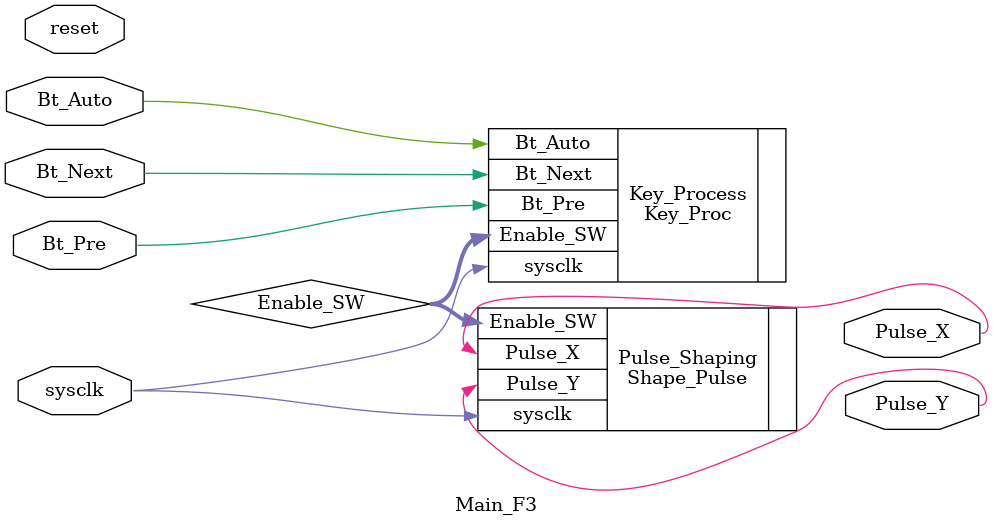
<source format=v>
module Main_F3 (input wire sysclk,
input wire Bt_Next,
input wire Bt_Pre,
input wire Bt_Auto,
input wire reset, 
output wire Pulse_X,
output wire Pulse_Y);

wire [3:0] Enable_SW;

Key_Proc Key_Process(.sysclk(sysclk),.Bt_Next(Bt_Next),.Bt_Pre(Bt_Pre),
.Bt_Auto(Bt_Auto),.Enable_SW(Enable_SW));


Shape_Pulse Pulse_Shaping (.sysclk(sysclk),.Enable_SW(Enable_SW),.Pulse_X(Pulse_X),
.Pulse_Y(Pulse_Y));

endmodule
</source>
